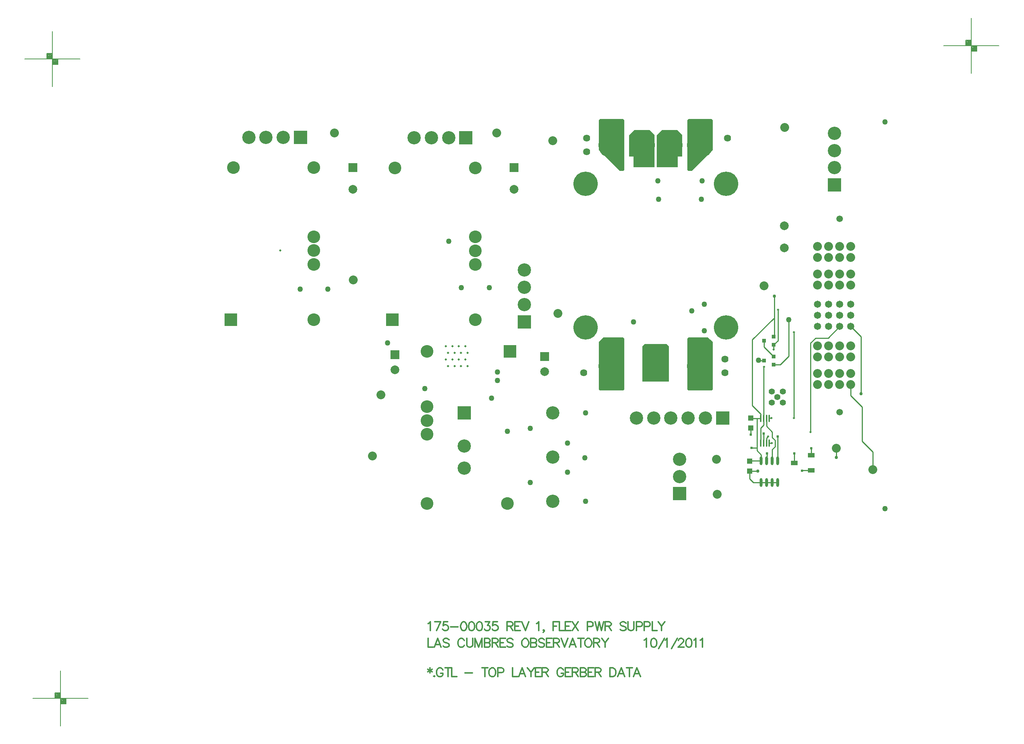
<source format=gtl>
%FSLAX23Y23*%
%MOIN*%
G70*
G01*
G75*
G04 Layer_Physical_Order=1*
G04 Layer_Color=255*
%ADD10O,0.024X0.079*%
%ADD11R,0.036X0.036*%
%ADD12O,0.014X0.067*%
%ADD13R,0.059X0.039*%
%ADD14R,0.050X0.050*%
%ADD15C,0.010*%
%ADD16C,0.020*%
%ADD17C,0.012*%
%ADD18C,0.008*%
%ADD19C,0.012*%
%ADD20C,0.012*%
%ADD21C,0.032*%
%ADD22C,0.233*%
%ADD23C,0.220*%
%ADD24C,0.064*%
%ADD25C,0.020*%
%ADD26C,0.115*%
%ADD27R,0.115X0.115*%
%ADD28C,0.079*%
%ADD29C,0.080*%
%ADD30C,0.065*%
%ADD31C,0.059*%
%ADD32C,0.055*%
%ADD33R,0.120X0.120*%
%ADD34C,0.120*%
%ADD35R,0.120X0.120*%
%ADD36R,0.079X0.079*%
%ADD37C,0.050*%
%ADD38C,0.024*%
%ADD39C,0.030*%
G36*
X51249Y33557D02*
Y33237D01*
X51009D01*
Y33557D01*
X51029Y33577D01*
X51229D01*
X51249Y33557D01*
D02*
G37*
G36*
X51644Y33597D02*
Y33167D01*
X51634Y33157D01*
X51424D01*
X51414Y33167D01*
Y33627D01*
X51424Y33637D01*
X51599D01*
X51644Y33597D01*
D02*
G37*
G36*
X50844Y33627D02*
Y33167D01*
X50834Y33157D01*
X50624D01*
X50614Y33167D01*
Y33597D01*
X50659Y33637D01*
X50834D01*
X50844Y33627D01*
D02*
G37*
G36*
Y35602D02*
Y35152D01*
X50834Y35142D01*
X50804D01*
X50614Y35332D01*
Y35602D01*
X50624Y35612D01*
X50834D01*
X50844Y35602D01*
D02*
G37*
G36*
X51369Y35467D02*
Y35272D01*
X51329D01*
Y35177D01*
X51139D01*
Y35467D01*
X51184Y35512D01*
X51324D01*
X51369Y35467D01*
D02*
G37*
G36*
X51119D02*
Y35177D01*
X50929D01*
Y35272D01*
X50889D01*
Y35467D01*
X50934Y35512D01*
X51074D01*
X51119Y35467D01*
D02*
G37*
G36*
X51644Y35602D02*
Y35332D01*
X51454Y35142D01*
X51424D01*
X51414Y35152D01*
Y35602D01*
X51424Y35612D01*
X51634D01*
X51644Y35602D01*
D02*
G37*
D10*
X52083Y32322D02*
D03*
X52133D02*
D03*
X52183D02*
D03*
X52233D02*
D03*
X52083Y32519D02*
D03*
X52133D02*
D03*
X52183D02*
D03*
X52233D02*
D03*
D11*
X52195Y33389D02*
D03*
X52109Y33426D02*
D03*
X52195Y33463D02*
D03*
Y33569D02*
D03*
X52109Y33606D02*
D03*
X52195Y33643D02*
D03*
D12*
X52079Y32678D02*
D03*
X52105D02*
D03*
X52130D02*
D03*
X52156D02*
D03*
X52079Y32902D02*
D03*
X52105D02*
D03*
X52130D02*
D03*
X52156D02*
D03*
D13*
X52534Y32431D02*
D03*
X52381Y32500D02*
D03*
X52534Y32569D02*
D03*
D14*
X51988Y32905D02*
D03*
Y32815D02*
D03*
X51978Y32515D02*
D03*
Y32425D02*
D03*
D15*
X52159Y32905D02*
X52176D01*
X52173Y32902D02*
X52176Y32905D01*
X52378Y32906D02*
Y33681D01*
X52234Y33886D02*
X52235Y33887D01*
X52234Y33607D02*
Y33886D01*
X52195Y33569D02*
X52234Y33607D01*
X52106Y32843D02*
Y33367D01*
X52195Y33569D02*
X52196Y33568D01*
Y33527D02*
Y33568D01*
X52106Y33367D02*
X52107Y33368D01*
X52195Y33389D02*
X52256D01*
X52002Y33019D02*
Y33615D01*
Y33019D02*
X52079Y32942D01*
X52002Y33615D02*
X52194Y33807D01*
X52109Y33549D02*
X52195Y33463D01*
X52109Y33549D02*
Y33606D01*
X52079Y32816D02*
X52106Y32843D01*
X52079Y32678D02*
Y32816D01*
Y32678D02*
X52079Y32678D01*
X52130Y32724D02*
X52146Y32740D01*
X52130Y32678D02*
Y32724D01*
X52207Y32646D02*
Y32704D01*
X52183Y32622D02*
X52207Y32646D01*
X52183Y32728D02*
X52207Y32704D01*
X52233Y32519D02*
Y32738D01*
X52156Y32678D02*
X52179D01*
X52183Y32519D02*
Y32622D01*
Y32728D02*
Y32780D01*
X52762Y32550D02*
Y32631D01*
X52986Y33126D02*
Y33641D01*
X52893Y33735D02*
X52986Y33641D01*
X52529Y33585D02*
X52574Y33630D01*
X52688D01*
X52793Y33735D01*
X51988Y32757D02*
X51989Y32756D01*
X51988Y32757D02*
Y32815D01*
X51995Y32634D02*
X52044D01*
Y32902D01*
Y32612D02*
Y32634D01*
X52534Y32632D02*
X52534Y32631D01*
X52044Y32902D02*
X52079D01*
X51990D02*
X52044D01*
Y32612D02*
X52083Y32573D01*
Y32519D02*
Y32573D01*
X51988Y32905D02*
X51990Y32902D01*
X52451Y32430D02*
X52452Y32431D01*
X52534D01*
X52133Y32519D02*
X52135Y32521D01*
Y32585D01*
X52381Y32584D02*
X52381Y32584D01*
Y32500D02*
Y32584D01*
X52130Y32832D02*
Y32902D01*
Y32832D02*
X52183Y32780D01*
X52105Y32678D02*
Y32764D01*
X51978Y32515D02*
X51981Y32519D01*
X52083D01*
X52183Y32322D02*
X52233D01*
X52133D02*
X52183D01*
X52083D02*
X52133D01*
X52013D02*
X52083D01*
X52058Y33429D02*
X52061Y33426D01*
X52109D01*
X52534Y32569D02*
Y32631D01*
X51978Y32357D02*
Y32425D01*
Y32357D02*
X52013Y32322D01*
X52256Y33389D02*
X52333Y33465D01*
Y33795D01*
X52529Y32780D02*
Y33585D01*
X51978Y32425D02*
X52050D01*
X52051Y32426D01*
X52079Y32902D02*
Y32942D01*
X52194Y33807D02*
X52200D01*
Y33647D02*
Y33807D01*
Y34010D01*
X52893Y33108D02*
Y33210D01*
Y33108D02*
X52995Y33006D01*
Y32697D02*
Y33006D01*
Y32697D02*
X53093Y32599D01*
Y32440D02*
Y32599D01*
D16*
X52195Y33643D02*
X52200Y33647D01*
D17*
X49088Y30644D02*
Y30598D01*
X49069Y30633D02*
X49107Y30610D01*
Y30633D02*
X49069Y30610D01*
X49127Y30572D02*
X49123Y30568D01*
X49127Y30564D01*
X49131Y30568D01*
X49127Y30572D01*
X49205Y30625D02*
X49201Y30633D01*
X49194Y30640D01*
X49186Y30644D01*
X49171D01*
X49163Y30640D01*
X49156Y30633D01*
X49152Y30625D01*
X49148Y30614D01*
Y30594D01*
X49152Y30583D01*
X49156Y30575D01*
X49163Y30568D01*
X49171Y30564D01*
X49186D01*
X49194Y30568D01*
X49201Y30575D01*
X49205Y30583D01*
Y30594D01*
X49186D02*
X49205D01*
X49250Y30644D02*
Y30564D01*
X49224Y30644D02*
X49277D01*
X49286D02*
Y30564D01*
X49332D01*
X49404Y30598D02*
X49472D01*
X49585Y30644D02*
Y30564D01*
X49559Y30644D02*
X49612D01*
X49644D02*
X49637Y30640D01*
X49629Y30633D01*
X49625Y30625D01*
X49622Y30614D01*
Y30594D01*
X49625Y30583D01*
X49629Y30575D01*
X49637Y30568D01*
X49644Y30564D01*
X49660D01*
X49667Y30568D01*
X49675Y30575D01*
X49679Y30583D01*
X49683Y30594D01*
Y30614D01*
X49679Y30625D01*
X49675Y30633D01*
X49667Y30640D01*
X49660Y30644D01*
X49644D01*
X49701Y30602D02*
X49735D01*
X49747Y30606D01*
X49751Y30610D01*
X49754Y30617D01*
Y30629D01*
X49751Y30636D01*
X49747Y30640D01*
X49735Y30644D01*
X49701D01*
Y30564D01*
X49835Y30644D02*
Y30564D01*
X49881D01*
X49951D02*
X49920Y30644D01*
X49890Y30564D01*
X49901Y30591D02*
X49939D01*
X49969Y30644D02*
X50000Y30606D01*
Y30564D01*
X50030Y30644D02*
X50000Y30606D01*
X50090Y30644D02*
X50041D01*
Y30564D01*
X50090D01*
X50041Y30606D02*
X50071D01*
X50103Y30644D02*
Y30564D01*
Y30644D02*
X50138D01*
X50149Y30640D01*
X50153Y30636D01*
X50157Y30629D01*
Y30621D01*
X50153Y30614D01*
X50149Y30610D01*
X50138Y30606D01*
X50103D01*
X50130D02*
X50157Y30564D01*
X50295Y30625D02*
X50291Y30633D01*
X50283Y30640D01*
X50276Y30644D01*
X50260D01*
X50253Y30640D01*
X50245Y30633D01*
X50241Y30625D01*
X50237Y30614D01*
Y30594D01*
X50241Y30583D01*
X50245Y30575D01*
X50253Y30568D01*
X50260Y30564D01*
X50276D01*
X50283Y30568D01*
X50291Y30575D01*
X50295Y30583D01*
Y30594D01*
X50276D02*
X50295D01*
X50362Y30644D02*
X50313D01*
Y30564D01*
X50362D01*
X50313Y30606D02*
X50343D01*
X50376Y30644D02*
Y30564D01*
Y30644D02*
X50410D01*
X50421Y30640D01*
X50425Y30636D01*
X50429Y30629D01*
Y30621D01*
X50425Y30614D01*
X50421Y30610D01*
X50410Y30606D01*
X50376D01*
X50402D02*
X50429Y30564D01*
X50447Y30644D02*
Y30564D01*
Y30644D02*
X50481D01*
X50493Y30640D01*
X50496Y30636D01*
X50500Y30629D01*
Y30621D01*
X50496Y30614D01*
X50493Y30610D01*
X50481Y30606D01*
X50447D02*
X50481D01*
X50493Y30602D01*
X50496Y30598D01*
X50500Y30591D01*
Y30579D01*
X50496Y30572D01*
X50493Y30568D01*
X50481Y30564D01*
X50447D01*
X50568Y30644D02*
X50518D01*
Y30564D01*
X50568D01*
X50518Y30606D02*
X50549D01*
X50581Y30644D02*
Y30564D01*
Y30644D02*
X50615D01*
X50627Y30640D01*
X50631Y30636D01*
X50634Y30629D01*
Y30621D01*
X50631Y30614D01*
X50627Y30610D01*
X50615Y30606D01*
X50581D01*
X50608D02*
X50634Y30564D01*
X50715Y30644D02*
Y30564D01*
Y30644D02*
X50742D01*
X50753Y30640D01*
X50761Y30633D01*
X50765Y30625D01*
X50768Y30614D01*
Y30594D01*
X50765Y30583D01*
X50761Y30575D01*
X50753Y30568D01*
X50742Y30564D01*
X50715D01*
X50847D02*
X50817Y30644D01*
X50786Y30564D01*
X50798Y30591D02*
X50836D01*
X50893Y30644D02*
Y30564D01*
X50866Y30644D02*
X50919D01*
X50990Y30564D02*
X50959Y30644D01*
X50929Y30564D01*
X50940Y30591D02*
X50978D01*
D18*
X45497Y30370D02*
X45997D01*
X45747Y30120D02*
Y30620D01*
X45697Y30370D02*
Y30420D01*
X45747D01*
X45797Y30320D02*
Y30370D01*
X45747Y30320D02*
X45797D01*
X45752Y30365D02*
X45792D01*
Y30325D02*
Y30365D01*
X45752Y30325D02*
X45792D01*
X45752D02*
Y30365D01*
X45757Y30360D02*
X45787D01*
Y30330D02*
Y30360D01*
X45757Y30330D02*
X45787D01*
X45757D02*
Y30355D01*
X45762D02*
X45782D01*
Y30335D02*
Y30355D01*
X45762Y30335D02*
X45782D01*
X45762D02*
Y30350D01*
X45767D02*
X45777D01*
Y30340D02*
Y30350D01*
X45767Y30340D02*
X45777D01*
X45767D02*
Y30350D01*
Y30345D02*
X45777D01*
X45702Y30415D02*
X45742D01*
Y30375D02*
Y30415D01*
X45702Y30375D02*
X45742D01*
X45702D02*
Y30415D01*
X45707Y30410D02*
X45737D01*
Y30380D02*
Y30410D01*
X45707Y30380D02*
X45737D01*
X45707D02*
Y30405D01*
X45712D02*
X45732D01*
Y30385D02*
Y30405D01*
X45712Y30385D02*
X45732D01*
X45712D02*
Y30400D01*
X45717D02*
X45727D01*
Y30390D02*
Y30400D01*
X45717Y30390D02*
X45727D01*
X45717D02*
Y30400D01*
Y30395D02*
X45727D01*
X45426Y36157D02*
X45926D01*
X45676Y35907D02*
Y36407D01*
X45626Y36157D02*
Y36207D01*
X45676D01*
X45726Y36107D02*
Y36157D01*
X45676Y36107D02*
X45726D01*
X45681Y36152D02*
X45721D01*
Y36112D02*
Y36152D01*
X45681Y36112D02*
X45721D01*
X45681D02*
Y36152D01*
X45686Y36147D02*
X45716D01*
Y36117D02*
Y36147D01*
X45686Y36117D02*
X45716D01*
X45686D02*
Y36142D01*
X45691D02*
X45711D01*
Y36122D02*
Y36142D01*
X45691Y36122D02*
X45711D01*
X45691D02*
Y36137D01*
X45696D02*
X45706D01*
Y36127D02*
Y36137D01*
X45696Y36127D02*
X45706D01*
X45696D02*
Y36137D01*
Y36132D02*
X45706D01*
X45631Y36202D02*
X45671D01*
Y36162D02*
Y36202D01*
X45631Y36162D02*
X45671D01*
X45631D02*
Y36202D01*
X45636Y36197D02*
X45666D01*
Y36167D02*
Y36197D01*
X45636Y36167D02*
X45666D01*
X45636D02*
Y36192D01*
X45641D02*
X45661D01*
Y36172D02*
Y36192D01*
X45641Y36172D02*
X45661D01*
X45641D02*
Y36187D01*
X45646D02*
X45656D01*
Y36177D02*
Y36187D01*
X45646Y36177D02*
X45656D01*
X45646D02*
Y36187D01*
Y36182D02*
X45656D01*
X53733Y36275D02*
X54233D01*
X53983Y36025D02*
Y36525D01*
X53933Y36275D02*
Y36325D01*
X53983D01*
X54033Y36225D02*
Y36275D01*
X53983Y36225D02*
X54033D01*
X53988Y36270D02*
X54028D01*
Y36230D02*
Y36270D01*
X53988Y36230D02*
X54028D01*
X53988D02*
Y36270D01*
X53993Y36265D02*
X54023D01*
Y36235D02*
Y36265D01*
X53993Y36235D02*
X54023D01*
X53993D02*
Y36260D01*
X53998D02*
X54018D01*
Y36240D02*
Y36260D01*
X53998Y36240D02*
X54018D01*
X53998D02*
Y36255D01*
X54003D02*
X54013D01*
Y36245D02*
Y36255D01*
X54003Y36245D02*
X54013D01*
X54003D02*
Y36255D01*
Y36250D02*
X54013D01*
X53938Y36320D02*
X53978D01*
Y36280D02*
Y36320D01*
X53938Y36280D02*
X53978D01*
X53938D02*
Y36320D01*
X53943Y36315D02*
X53973D01*
Y36285D02*
Y36315D01*
X53943Y36285D02*
X53973D01*
X53943D02*
Y36310D01*
X53948D02*
X53968D01*
Y36290D02*
Y36310D01*
X53948Y36290D02*
X53968D01*
X53948D02*
Y36305D01*
X53953D02*
X53963D01*
Y36295D02*
Y36305D01*
X53953Y36295D02*
X53963D01*
X53953D02*
Y36305D01*
Y36300D02*
X53963D01*
D19*
X49073Y31045D02*
X49081Y31049D01*
X49092Y31061D01*
Y30981D01*
X49185Y31061D02*
X49147Y30981D01*
X49132Y31061D02*
X49185D01*
X49249D02*
X49211D01*
X49207Y31026D01*
X49211Y31030D01*
X49222Y31034D01*
X49233D01*
X49245Y31030D01*
X49252Y31022D01*
X49256Y31011D01*
Y31003D01*
X49252Y30992D01*
X49245Y30984D01*
X49233Y30981D01*
X49222D01*
X49211Y30984D01*
X49207Y30988D01*
X49203Y30996D01*
X49274Y31015D02*
X49343D01*
X49389Y31061D02*
X49378Y31057D01*
X49370Y31045D01*
X49366Y31026D01*
Y31015D01*
X49370Y30996D01*
X49378Y30984D01*
X49389Y30981D01*
X49397D01*
X49408Y30984D01*
X49416Y30996D01*
X49420Y31015D01*
Y31026D01*
X49416Y31045D01*
X49408Y31057D01*
X49397Y31061D01*
X49389D01*
X49460D02*
X49449Y31057D01*
X49441Y31045D01*
X49438Y31026D01*
Y31015D01*
X49441Y30996D01*
X49449Y30984D01*
X49460Y30981D01*
X49468D01*
X49479Y30984D01*
X49487Y30996D01*
X49491Y31015D01*
Y31026D01*
X49487Y31045D01*
X49479Y31057D01*
X49468Y31061D01*
X49460D01*
X49532D02*
X49520Y31057D01*
X49513Y31045D01*
X49509Y31026D01*
Y31015D01*
X49513Y30996D01*
X49520Y30984D01*
X49532Y30981D01*
X49539D01*
X49551Y30984D01*
X49558Y30996D01*
X49562Y31015D01*
Y31026D01*
X49558Y31045D01*
X49551Y31057D01*
X49539Y31061D01*
X49532D01*
X49588D02*
X49629D01*
X49607Y31030D01*
X49618D01*
X49626Y31026D01*
X49629Y31022D01*
X49633Y31011D01*
Y31003D01*
X49629Y30992D01*
X49622Y30984D01*
X49610Y30981D01*
X49599D01*
X49588Y30984D01*
X49584Y30988D01*
X49580Y30996D01*
X49697Y31061D02*
X49659D01*
X49655Y31026D01*
X49659Y31030D01*
X49670Y31034D01*
X49682D01*
X49693Y31030D01*
X49701Y31022D01*
X49705Y31011D01*
Y31003D01*
X49701Y30992D01*
X49693Y30984D01*
X49682Y30981D01*
X49670D01*
X49659Y30984D01*
X49655Y30988D01*
X49651Y30996D01*
X49785Y31061D02*
Y30981D01*
Y31061D02*
X49820D01*
X49831Y31057D01*
X49835Y31053D01*
X49839Y31045D01*
Y31038D01*
X49835Y31030D01*
X49831Y31026D01*
X49820Y31022D01*
X49785D01*
X49812D02*
X49839Y30981D01*
X49906Y31061D02*
X49856D01*
Y30981D01*
X49906D01*
X49856Y31022D02*
X49887D01*
X49919Y31061D02*
X49950Y30981D01*
X49980Y31061D02*
X49950Y30981D01*
X50053Y31045D02*
X50061Y31049D01*
X50072Y31061D01*
Y30981D01*
X50120Y30984D02*
X50116Y30981D01*
X50112Y30984D01*
X50116Y30988D01*
X50120Y30984D01*
Y30977D01*
X50116Y30969D01*
X50112Y30965D01*
X50200Y31061D02*
Y30981D01*
Y31061D02*
X50250D01*
X50200Y31022D02*
X50230D01*
X50259Y31061D02*
Y30981D01*
X50304D01*
X50363Y31061D02*
X50313D01*
Y30981D01*
X50363D01*
X50313Y31022D02*
X50344D01*
X50376Y31061D02*
X50429Y30981D01*
Y31061D02*
X50376Y30981D01*
X50510Y31019D02*
X50544D01*
X50556Y31022D01*
X50560Y31026D01*
X50563Y31034D01*
Y31045D01*
X50560Y31053D01*
X50556Y31057D01*
X50544Y31061D01*
X50510D01*
Y30981D01*
X50581Y31061D02*
X50600Y30981D01*
X50619Y31061D02*
X50600Y30981D01*
X50619Y31061D02*
X50638Y30981D01*
X50657Y31061D02*
X50638Y30981D01*
X50673Y31061D02*
Y30981D01*
Y31061D02*
X50708D01*
X50719Y31057D01*
X50723Y31053D01*
X50727Y31045D01*
Y31038D01*
X50723Y31030D01*
X50719Y31026D01*
X50708Y31022D01*
X50673D01*
X50700D02*
X50727Y30981D01*
X50861Y31049D02*
X50853Y31057D01*
X50842Y31061D01*
X50827D01*
X50815Y31057D01*
X50808Y31049D01*
Y31042D01*
X50811Y31034D01*
X50815Y31030D01*
X50823Y31026D01*
X50846Y31019D01*
X50853Y31015D01*
X50857Y31011D01*
X50861Y31003D01*
Y30992D01*
X50853Y30984D01*
X50842Y30981D01*
X50827D01*
X50815Y30984D01*
X50808Y30992D01*
X50879Y31061D02*
Y31003D01*
X50883Y30992D01*
X50890Y30984D01*
X50902Y30981D01*
X50909D01*
X50921Y30984D01*
X50928Y30992D01*
X50932Y31003D01*
Y31061D01*
X50954Y31019D02*
X50988D01*
X51000Y31022D01*
X51004Y31026D01*
X51007Y31034D01*
Y31045D01*
X51004Y31053D01*
X51000Y31057D01*
X50988Y31061D01*
X50954D01*
Y30981D01*
X51025Y31019D02*
X51060D01*
X51071Y31022D01*
X51075Y31026D01*
X51079Y31034D01*
Y31045D01*
X51075Y31053D01*
X51071Y31057D01*
X51060Y31061D01*
X51025D01*
Y30981D01*
X51097Y31061D02*
Y30981D01*
X51142D01*
X51151Y31061D02*
X51182Y31022D01*
Y30981D01*
X51212Y31061D02*
X51182Y31022D01*
D20*
X49073Y30911D02*
Y30831D01*
X49119D01*
X49188D02*
X49158Y30911D01*
X49127Y30831D01*
X49139Y30857D02*
X49177D01*
X49260Y30899D02*
X49253Y30907D01*
X49241Y30911D01*
X49226D01*
X49215Y30907D01*
X49207Y30899D01*
Y30892D01*
X49211Y30884D01*
X49215Y30880D01*
X49222Y30876D01*
X49245Y30869D01*
X49253Y30865D01*
X49257Y30861D01*
X49260Y30853D01*
Y30842D01*
X49253Y30834D01*
X49241Y30831D01*
X49226D01*
X49215Y30834D01*
X49207Y30842D01*
X49398Y30892D02*
X49394Y30899D01*
X49387Y30907D01*
X49379Y30911D01*
X49364D01*
X49356Y30907D01*
X49349Y30899D01*
X49345Y30892D01*
X49341Y30880D01*
Y30861D01*
X49345Y30850D01*
X49349Y30842D01*
X49356Y30834D01*
X49364Y30831D01*
X49379D01*
X49387Y30834D01*
X49394Y30842D01*
X49398Y30850D01*
X49421Y30911D02*
Y30853D01*
X49425Y30842D01*
X49432Y30834D01*
X49444Y30831D01*
X49451D01*
X49463Y30834D01*
X49470Y30842D01*
X49474Y30853D01*
Y30911D01*
X49496D02*
Y30831D01*
Y30911D02*
X49527Y30831D01*
X49557Y30911D02*
X49527Y30831D01*
X49557Y30911D02*
Y30831D01*
X49580Y30911D02*
Y30831D01*
Y30911D02*
X49614D01*
X49626Y30907D01*
X49629Y30903D01*
X49633Y30895D01*
Y30888D01*
X49629Y30880D01*
X49626Y30876D01*
X49614Y30872D01*
X49580D02*
X49614D01*
X49626Y30869D01*
X49629Y30865D01*
X49633Y30857D01*
Y30846D01*
X49629Y30838D01*
X49626Y30834D01*
X49614Y30831D01*
X49580D01*
X49651Y30911D02*
Y30831D01*
Y30911D02*
X49685D01*
X49697Y30907D01*
X49701Y30903D01*
X49705Y30895D01*
Y30888D01*
X49701Y30880D01*
X49697Y30876D01*
X49685Y30872D01*
X49651D01*
X49678D02*
X49705Y30831D01*
X49772Y30911D02*
X49722D01*
Y30831D01*
X49772D01*
X49722Y30872D02*
X49753D01*
X49839Y30899D02*
X49831Y30907D01*
X49820Y30911D01*
X49804D01*
X49793Y30907D01*
X49785Y30899D01*
Y30892D01*
X49789Y30884D01*
X49793Y30880D01*
X49800Y30876D01*
X49823Y30869D01*
X49831Y30865D01*
X49835Y30861D01*
X49839Y30853D01*
Y30842D01*
X49831Y30834D01*
X49820Y30831D01*
X49804D01*
X49793Y30834D01*
X49785Y30842D01*
X49942Y30911D02*
X49935Y30907D01*
X49927Y30899D01*
X49923Y30892D01*
X49919Y30880D01*
Y30861D01*
X49923Y30850D01*
X49927Y30842D01*
X49935Y30834D01*
X49942Y30831D01*
X49957D01*
X49965Y30834D01*
X49973Y30842D01*
X49976Y30850D01*
X49980Y30861D01*
Y30880D01*
X49976Y30892D01*
X49973Y30899D01*
X49965Y30907D01*
X49957Y30911D01*
X49942D01*
X49999D02*
Y30831D01*
Y30911D02*
X50033D01*
X50045Y30907D01*
X50048Y30903D01*
X50052Y30895D01*
Y30888D01*
X50048Y30880D01*
X50045Y30876D01*
X50033Y30872D01*
X49999D02*
X50033D01*
X50045Y30869D01*
X50048Y30865D01*
X50052Y30857D01*
Y30846D01*
X50048Y30838D01*
X50045Y30834D01*
X50033Y30831D01*
X49999D01*
X50123Y30899D02*
X50116Y30907D01*
X50104Y30911D01*
X50089D01*
X50078Y30907D01*
X50070Y30899D01*
Y30892D01*
X50074Y30884D01*
X50078Y30880D01*
X50085Y30876D01*
X50108Y30869D01*
X50116Y30865D01*
X50120Y30861D01*
X50123Y30853D01*
Y30842D01*
X50116Y30834D01*
X50104Y30831D01*
X50089D01*
X50078Y30834D01*
X50070Y30842D01*
X50191Y30911D02*
X50141D01*
Y30831D01*
X50191D01*
X50141Y30872D02*
X50172D01*
X50204Y30911D02*
Y30831D01*
Y30911D02*
X50238D01*
X50250Y30907D01*
X50254Y30903D01*
X50258Y30895D01*
Y30888D01*
X50254Y30880D01*
X50250Y30876D01*
X50238Y30872D01*
X50204D01*
X50231D02*
X50258Y30831D01*
X50275Y30911D02*
X50306Y30831D01*
X50336Y30911D02*
X50306Y30831D01*
X50408D02*
X50377Y30911D01*
X50347Y30831D01*
X50358Y30857D02*
X50396D01*
X50453Y30911D02*
Y30831D01*
X50426Y30911D02*
X50480D01*
X50512D02*
X50504Y30907D01*
X50497Y30899D01*
X50493Y30892D01*
X50489Y30880D01*
Y30861D01*
X50493Y30850D01*
X50497Y30842D01*
X50504Y30834D01*
X50512Y30831D01*
X50527D01*
X50535Y30834D01*
X50542Y30842D01*
X50546Y30850D01*
X50550Y30861D01*
Y30880D01*
X50546Y30892D01*
X50542Y30899D01*
X50535Y30907D01*
X50527Y30911D01*
X50512D01*
X50569D02*
Y30831D01*
Y30911D02*
X50603D01*
X50614Y30907D01*
X50618Y30903D01*
X50622Y30895D01*
Y30888D01*
X50618Y30880D01*
X50614Y30876D01*
X50603Y30872D01*
X50569D01*
X50595D02*
X50622Y30831D01*
X50640Y30911D02*
X50670Y30872D01*
Y30831D01*
X50701Y30911D02*
X50670Y30872D01*
X51025Y30895D02*
X51033Y30899D01*
X51044Y30911D01*
Y30831D01*
X51107Y30911D02*
X51095Y30907D01*
X51088Y30895D01*
X51084Y30876D01*
Y30865D01*
X51088Y30846D01*
X51095Y30834D01*
X51107Y30831D01*
X51114D01*
X51126Y30834D01*
X51134Y30846D01*
X51137Y30865D01*
Y30876D01*
X51134Y30895D01*
X51126Y30907D01*
X51114Y30911D01*
X51107D01*
X51155Y30819D02*
X51209Y30911D01*
X51214Y30895D02*
X51222Y30899D01*
X51233Y30911D01*
Y30831D01*
X51273Y30819D02*
X51326Y30911D01*
X51335Y30892D02*
Y30895D01*
X51339Y30903D01*
X51343Y30907D01*
X51350Y30911D01*
X51365D01*
X51373Y30907D01*
X51377Y30903D01*
X51381Y30895D01*
Y30888D01*
X51377Y30880D01*
X51369Y30869D01*
X51331Y30831D01*
X51385D01*
X51425Y30911D02*
X51414Y30907D01*
X51406Y30895D01*
X51402Y30876D01*
Y30865D01*
X51406Y30846D01*
X51414Y30834D01*
X51425Y30831D01*
X51433D01*
X51444Y30834D01*
X51452Y30846D01*
X51456Y30865D01*
Y30876D01*
X51452Y30895D01*
X51444Y30907D01*
X51433Y30911D01*
X51425D01*
X51474Y30895D02*
X51481Y30899D01*
X51493Y30911D01*
Y30831D01*
X51532Y30895D02*
X51540Y30899D01*
X51551Y30911D01*
Y30831D01*
D21*
X51439Y33197D02*
D03*
Y33237D02*
D03*
X51489Y33197D02*
D03*
X51614D02*
D03*
X51564D02*
D03*
X51614Y33237D02*
D03*
X51569Y33617D02*
D03*
X51512D02*
D03*
X51449D02*
D03*
Y33577D02*
D03*
Y33537D02*
D03*
X51512Y33577D02*
D03*
X51569D02*
D03*
X51609D02*
D03*
Y33537D02*
D03*
X51069D02*
D03*
X51189D02*
D03*
X51129D02*
D03*
X50649D02*
D03*
Y33577D02*
D03*
X50689D02*
D03*
X50747D02*
D03*
X50809Y33537D02*
D03*
Y33577D02*
D03*
Y33617D02*
D03*
X50747D02*
D03*
X50689D02*
D03*
X50644Y33237D02*
D03*
X50694Y33197D02*
D03*
X50644D02*
D03*
X50769D02*
D03*
X50819Y33237D02*
D03*
Y33197D02*
D03*
X51614Y35542D02*
D03*
X51564Y35582D02*
D03*
X51614D02*
D03*
X51494D02*
D03*
X51439Y35542D02*
D03*
Y35582D02*
D03*
X51494Y35222D02*
D03*
X51439Y35272D02*
D03*
X51444Y35222D02*
D03*
Y35172D02*
D03*
X51254Y35202D02*
D03*
X51299D02*
D03*
X51204D02*
D03*
X51054D02*
D03*
X50959D02*
D03*
X51004D02*
D03*
X50814Y35172D02*
D03*
Y35222D02*
D03*
X50819Y35272D02*
D03*
X50764Y35222D02*
D03*
X50819Y35582D02*
D03*
Y35542D02*
D03*
X50764Y35582D02*
D03*
X50644D02*
D03*
X50694D02*
D03*
X50644Y35542D02*
D03*
D22*
X51529Y35377D02*
D03*
X51254D02*
D03*
X51004D02*
D03*
X50729D02*
D03*
X51129Y33377D02*
D03*
X51529D02*
D03*
X50729D02*
D03*
D23*
X51764Y33727D02*
D03*
Y35027D02*
D03*
X50494D02*
D03*
Y33727D02*
D03*
D24*
X51779Y35440D02*
D03*
X50504Y35315D02*
D03*
Y35440D02*
D03*
X51754Y33314D02*
D03*
Y33439D02*
D03*
X50479Y33314D02*
D03*
D25*
X49428Y33377D02*
D03*
X49369D02*
D03*
X49310D02*
D03*
X49251D02*
D03*
X49231Y33436D02*
D03*
X49290D02*
D03*
X49349D02*
D03*
X49408D02*
D03*
X49428Y33495D02*
D03*
X49369D02*
D03*
X49310D02*
D03*
X49251D02*
D03*
X49231Y33554D02*
D03*
X49290D02*
D03*
X49349D02*
D03*
X49408D02*
D03*
X47734Y34421D02*
D03*
X52176Y32905D02*
D03*
X52378Y32906D02*
D03*
Y33681D02*
D03*
X52235Y33887D02*
D03*
X52196Y33527D02*
D03*
X52107Y33368D02*
D03*
X52146Y32740D02*
D03*
X52179Y32678D02*
D03*
X52529Y32780D02*
D03*
D26*
X48772Y35170D02*
D03*
X49497D02*
D03*
Y34545D02*
D03*
Y34420D02*
D03*
Y34295D02*
D03*
Y33795D02*
D03*
X49062Y33508D02*
D03*
Y33008D02*
D03*
Y32883D02*
D03*
Y32758D02*
D03*
Y32133D02*
D03*
X49787D02*
D03*
X47313Y35172D02*
D03*
X48038D02*
D03*
Y34547D02*
D03*
Y34422D02*
D03*
Y34297D02*
D03*
Y33797D02*
D03*
D27*
X48747Y33795D02*
D03*
X49812Y33508D02*
D03*
X47288Y33797D02*
D03*
D28*
X52290Y34444D02*
D03*
Y34644D02*
D03*
X50125Y33325D02*
D03*
X49849Y34976D02*
D03*
X48772Y33342D02*
D03*
X48392Y34976D02*
D03*
D29*
X52893Y33560D02*
D03*
X52793D02*
D03*
X52693D02*
D03*
X52593D02*
D03*
Y33460D02*
D03*
X52693D02*
D03*
X52793D02*
D03*
X52893D02*
D03*
X52593Y33310D02*
D03*
X52693D02*
D03*
X52793D02*
D03*
X52893D02*
D03*
X52593Y33210D02*
D03*
X52693D02*
D03*
X52793D02*
D03*
X52893D02*
D03*
Y34110D02*
D03*
X52793D02*
D03*
X52693D02*
D03*
X52593D02*
D03*
X52893Y34210D02*
D03*
X52793D02*
D03*
X52693D02*
D03*
X52593D02*
D03*
X52893Y34360D02*
D03*
X52793D02*
D03*
X52693D02*
D03*
X52593D02*
D03*
Y34460D02*
D03*
X52693D02*
D03*
X52793D02*
D03*
X52893D02*
D03*
X48644Y33116D02*
D03*
X48569Y32561D02*
D03*
X52762Y32631D02*
D03*
X50199Y35416D02*
D03*
X48394Y34156D02*
D03*
X52294Y35536D02*
D03*
X53093Y32440D02*
D03*
X52109Y34101D02*
D03*
X48225Y35485D02*
D03*
X49691D02*
D03*
X51684Y32216D02*
D03*
X51679Y32531D02*
D03*
X50244Y33851D02*
D03*
D30*
X52593Y33935D02*
D03*
X52693D02*
D03*
X52793D02*
D03*
X52893D02*
D03*
X52593Y33835D02*
D03*
X52693D02*
D03*
X52793D02*
D03*
X52893D02*
D03*
X52593Y33735D02*
D03*
X52693D02*
D03*
X52793D02*
D03*
X52893D02*
D03*
D31*
X52793Y34710D02*
D03*
Y32960D02*
D03*
D32*
X52228Y33097D02*
D03*
X52278Y33147D02*
D03*
X52178D02*
D03*
Y33047D02*
D03*
X52278D02*
D03*
D33*
X51734Y32906D02*
D03*
X49399Y32951D02*
D03*
X47918Y35446D02*
D03*
X49413Y35441D02*
D03*
D34*
X51578Y32906D02*
D03*
X51422D02*
D03*
X51266D02*
D03*
X51110D02*
D03*
X50954D02*
D03*
X49942Y34244D02*
D03*
Y33932D02*
D03*
Y34088D02*
D03*
X51345Y32377D02*
D03*
Y32533D02*
D03*
X50199Y32951D02*
D03*
Y32551D02*
D03*
Y32151D02*
D03*
X49399Y32451D02*
D03*
Y32651D02*
D03*
X52744Y35483D02*
D03*
Y35171D02*
D03*
Y35327D02*
D03*
X47450Y35446D02*
D03*
X47762D02*
D03*
X47606D02*
D03*
X48945Y35441D02*
D03*
X49257D02*
D03*
X49101D02*
D03*
D35*
X49942Y33776D02*
D03*
X51345Y32221D02*
D03*
X52744Y35015D02*
D03*
D36*
X50125Y33463D02*
D03*
X49849Y35173D02*
D03*
X48772Y33480D02*
D03*
X48392Y35173D02*
D03*
D37*
X53203Y32085D02*
D03*
Y35585D02*
D03*
X51569Y33935D02*
D03*
X50927Y33775D02*
D03*
X49994Y32811D02*
D03*
X50494Y32951D02*
D03*
Y32151D02*
D03*
X50487Y32544D02*
D03*
X50331Y32678D02*
D03*
X50332Y32417D02*
D03*
X49994Y32322D02*
D03*
X49257Y34504D02*
D03*
X49787Y32786D02*
D03*
X49625Y34086D02*
D03*
X49371D02*
D03*
X49699Y33246D02*
D03*
Y33321D02*
D03*
X49644Y33086D02*
D03*
X49041Y33171D02*
D03*
X48704Y33586D02*
D03*
X47915Y34071D02*
D03*
X48164D02*
D03*
X51547Y35053D02*
D03*
X51542Y34886D02*
D03*
X51155D02*
D03*
X51147Y35053D02*
D03*
X51569Y33696D02*
D03*
X51454Y33876D02*
D03*
X52058Y33429D02*
D03*
X52333Y33795D02*
D03*
D38*
X52233Y32738D02*
D03*
X51989Y32756D02*
D03*
X51995Y32634D02*
D03*
X52534Y32632D02*
D03*
X52105Y32764D02*
D03*
X52451Y32430D02*
D03*
X52135Y32585D02*
D03*
X52381Y32584D02*
D03*
D39*
X52762Y32550D02*
D03*
X52986Y33126D02*
D03*
X52051Y32426D02*
D03*
X52200Y34010D02*
D03*
M02*

</source>
